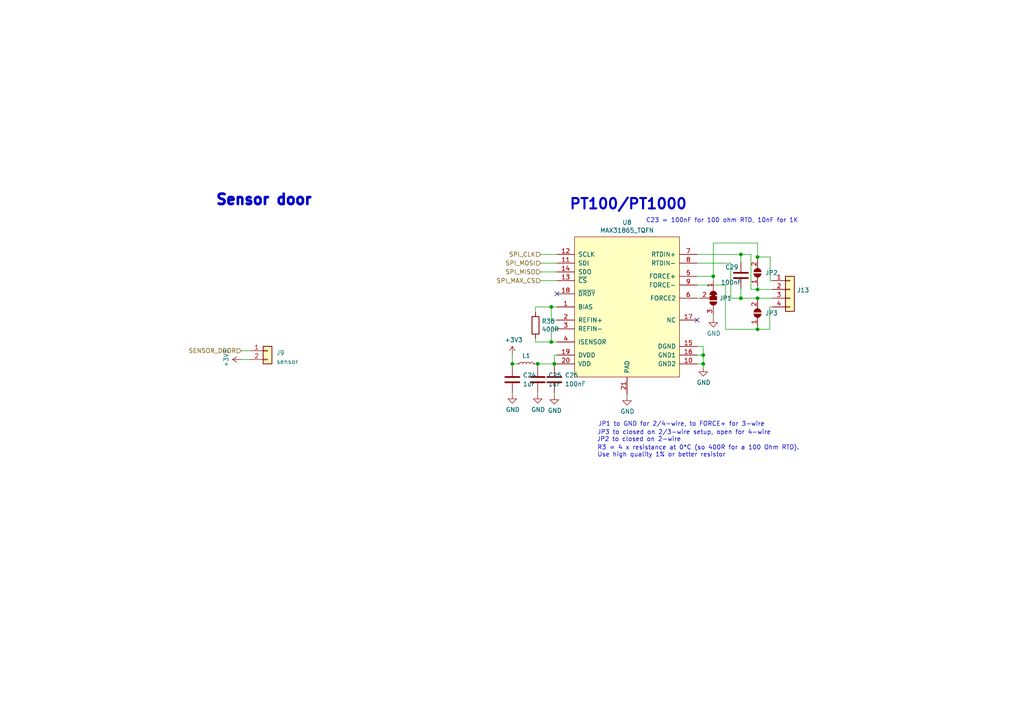
<source format=kicad_sch>
(kicad_sch (version 20230121) (generator eeschema)
  (paper "A4")
  (lib_symbols
    (symbol "Connector_Generic:Conn_01x02" (pin_names (offset 1.016) hide)
      (property "Reference" "J" (at 0 2.54 0))
      (property "Value" "Conn_01x02" (at 0 -5.08 0))
      (symbol "Conn_01x02_1_1"
        (rectangle (start -1.27 -2.413) (end 0 -2.667) (stroke (width 0.1524)))
        (rectangle (start -1.27 0.127) (end 0 -0.127) (stroke (width 0.1524)))
        (rectangle (start -1.27 1.27) (end 1.27 -3.81) (stroke (width 0.254)) (fill (type background)))
        (pin passive line (at -5.08 0 0) (length 3.81) (name "Pin_1") (number "1"))
        (pin passive line (at -5.08 -2.54 0) (length 3.81) (name "Pin_2") (number "2"))
      )
    )
    (symbol "Connector_Generic:Conn_01x04" (pin_names (offset 1.016) hide)
      (property "Reference" "J" (at 0 5.08 0))
      (property "Value" "Conn_01x04" (at 0 -7.62 0))
      (symbol "Conn_01x04_1_1"
        (rectangle (start -1.27 -4.953) (end 0 -5.207) (stroke (width 0.1524)))
        (rectangle (start -1.27 -2.413) (end 0 -2.667) (stroke (width 0.1524)))
        (rectangle (start -1.27 0.127) (end 0 -0.127) (stroke (width 0.1524)))
        (rectangle (start -1.27 2.667) (end 0 2.413) (stroke (width 0.1524)))
        (rectangle (start -1.27 3.81) (end 1.27 -6.35) (stroke (width 0.254)) (fill (type background)))
        (pin passive line (at -5.08 2.54 0) (length 3.81) (name "Pin_1") (number "1"))
        (pin passive line (at -5.08 0 0) (length 3.81) (name "Pin_2") (number "2"))
        (pin passive line (at -5.08 -2.54 0) (length 3.81) (name "Pin_3") (number "3"))
        (pin passive line (at -5.08 -5.08 0) (length 3.81) (name "Pin_4") (number "4"))
      )
    )
    (symbol "Jumper:SolderJumper_2_Open" (pin_names (offset 0) hide)
      (property "Reference" "JP" (at 0 2.032 0))
      (property "Value" "SolderJumper_2_Open" (at 0 -2.54 0))
      (symbol "SolderJumper_2_Open_0_1"
        (arc (start -0.254 1.016) (mid -1.2656 0) (end -0.254 -1.016))
        (arc (start -0.254 1.016) (mid -1.2656 0) (end -0.254 -1.016) (fill (type outline)))
        (polyline (pts (xy -0.254 1.016) (xy -0.254 -1.016)))
        (polyline (pts (xy 0.254 1.016) (xy 0.254 -1.016)))
        (arc (start 0.254 -1.016) (mid 1.2656 0) (end 0.254 1.016))
        (arc (start 0.254 -1.016) (mid 1.2656 0) (end 0.254 1.016) (fill (type outline)))
      )
      (symbol "SolderJumper_2_Open_1_1"
        (pin passive line (at -3.81 0 0) (length 2.54) (name "A") (number "1"))
        (pin passive line (at 3.81 0 180) (length 2.54) (name "B") (number "2"))
      )
    )
    (symbol "Jumper:SolderJumper_3_Bridged12" (pin_names (offset 0) hide)
      (property "Reference" "JP" (at -2.54 -2.54 0))
      (property "Value" "SolderJumper_3_Bridged12" (at 0 2.794 0))
      (symbol "SolderJumper_3_Bridged12_0_1"
        (rectangle (start -1.016 0.508) (end -0.508 -0.508) (fill (type outline)))
        (arc (start -1.016 1.016) (mid -2.0276 0) (end -1.016 -1.016))
        (arc (start -1.016 1.016) (mid -2.0276 0) (end -1.016 -1.016) (fill (type outline)))
        (rectangle (start -0.508 1.016) (end 0.508 -1.016) (fill (type outline)))
        (polyline (pts (xy -2.54 0) (xy -2.032 0)))
        (polyline (pts (xy -1.016 1.016) (xy -1.016 -1.016)))
        (polyline (pts (xy 0 -1.27) (xy 0 -1.016)))
        (polyline (pts (xy 1.016 1.016) (xy 1.016 -1.016)))
        (polyline (pts (xy 2.54 0) (xy 2.032 0)))
        (arc (start 1.016 -1.016) (mid 2.0276 0) (end 1.016 1.016))
        (arc (start 1.016 -1.016) (mid 2.0276 0) (end 1.016 1.016) (fill (type outline)))
      )
      (symbol "SolderJumper_3_Bridged12_1_1"
        (pin passive line (at -5.08 0 0) (length 2.54) (name "A") (number "1"))
        (pin input line (at 0 -3.81 90) (length 2.54) (name "C") (number "2"))
        (pin passive line (at 5.08 0 180) (length 2.54) (name "B") (number "3"))
      )
    )
    (symbol "Linktech:L0805" (pin_numbers hide) (pin_names (offset 0.254) hide)
      (property "Reference" "L0805" (at 0.762 1.016 0))
      (symbol "L0805_0_1"
        (arc (start 0 -2.032) (mid 0.5058 -1.524) (end 0 -1.016))
        (arc (start 0 -1.016) (mid 0.5058 -0.508) (end 0 0))
        (arc (start 0 0) (mid 0.5058 0.508) (end 0 1.016))
        (arc (start 0 1.016) (mid 0.5058 1.524) (end 0 2.032))
      )
      (symbol "L0805_1_1"
        (pin passive line (at 0 2.54 270) (length 0.508) (name "~") (number "1"))
        (pin passive line (at 0 -2.54 90) (length 0.508) (name "~") (number "2"))
      )
    )
    (symbol "Linktech:MAX31865_TQFN" (pin_names (offset 1.016))
      (property "Reference" "U" (at 0 0 0))
      (property "Value" "Linktech_MAX31865_TQFN" (at 0 -2.54 0))
      (symbol "MAX31865_TQFN_1_1"
        (rectangle (start -15.24 20.32) (end 15.24 -20.32) (fill (type background)))
        (pin input line (at -20.32 0 0) (length 5.08) (name "BIAS") (number "1"))
        (pin power_in line (at 20.32 -16.51 180) (length 5.08) (name "GND2") (number "10"))
        (pin input line (at -20.32 12.7 0) (length 5.08) (name "SDI") (number "11"))
        (pin input line (at -20.32 15.24 0) (length 5.08) (name "SCLK") (number "12"))
        (pin input line (at -20.32 7.62 0) (length 5.08) (name "~{CS}") (number "13"))
        (pin input line (at -20.32 10.16 0) (length 5.08) (name "SDO") (number "14"))
        (pin power_in line (at 20.32 -11.43 180) (length 5.08) (name "DGND") (number "15"))
        (pin power_in line (at 20.32 -13.97 180) (length 5.08) (name "GND1") (number "16"))
        (pin input line (at 20.32 -3.81 180) (length 5.08) (name "NC") (number "17"))
        (pin input line (at -20.32 3.81 0) (length 5.08) (name "~{DRDY}") (number "18"))
        (pin power_in line (at -20.32 -13.97 0) (length 5.08) (name "DVDD") (number "19"))
        (pin input line (at -20.32 -3.81 0) (length 5.08) (name "REFIN+") (number "2"))
        (pin power_in line (at -20.32 -16.51 0) (length 5.08) (name "VDD") (number "20"))
        (pin power_in line (at 0 -25.4 90) (length 5.08) (name "PAD") (number "21"))
        (pin input line (at -20.32 -6.35 0) (length 5.08) (name "REFIN-") (number "3"))
        (pin input line (at -20.32 -10.16 0) (length 5.08) (name "ISENSOR") (number "4"))
        (pin input line (at 20.32 8.89 180) (length 5.08) (name "FORCE+") (number "5"))
        (pin input line (at 20.32 2.54 180) (length 5.08) (name "FORCE2") (number "6"))
        (pin input line (at 20.32 15.24 180) (length 5.08) (name "RTDIN+") (number "7"))
        (pin input line (at 20.32 12.7 180) (length 5.08) (name "RTDIN-") (number "8"))
        (pin input line (at 20.32 6.35 180) (length 5.08) (name "FORCE-") (number "9"))
      )
    )
    (symbol "Linktech:R0805" (pin_numbers hide) (pin_names (offset 0))
      (property "Reference" "R" (at 2.032 0 90))
      (property "Value" "Linktech_R0805" (at 0 0 90))
      (symbol "R0805_0_1"
        (rectangle (start -1.016 -2.54) (end 1.016 2.54) (stroke (width 0.254)))
      )
      (symbol "R0805_1_1"
        (pin passive line (at 0 3.81 270) (length 1.27) (name "~") (number "1"))
        (pin passive line (at 0 -3.81 90) (length 1.27) (name "~") (number "2"))
      )
    )
    (symbol "linktech:C0805" (pin_numbers hide) (pin_names (offset 0.254))
      (property "Reference" "C" (at 0.635 2.54 0))
      (property "Value" "C0805" (at 0.635 -2.54 0))
      (symbol "C0805_0_1"
        (polyline (pts (xy -2.032 -0.762) (xy 2.032 -0.762)) (stroke (width 0.508)))
        (polyline (pts (xy -2.032 0.762) (xy 2.032 0.762)) (stroke (width 0.508)))
      )
      (symbol "C0805_1_1"
        (pin passive line (at 0 3.81 270) (length 2.794) (name "~") (number "1"))
        (pin passive line (at 0 -3.81 90) (length 2.794) (name "~") (number "2"))
      )
    )
    (symbol "power:+3V3" (power) (pin_names (offset 0))
      (property "Value" "+3V3" (at 0 3.556 0))
      (symbol "+3V3_0_1"
        (polyline (pts (xy -0.762 1.27) (xy 0 2.54)))
        (polyline (pts (xy 0 0) (xy 0 2.54)))
        (polyline (pts (xy 0 2.54) (xy 0.762 1.27)))
      )
      (symbol "+3V3_1_1"
        (pin power_in line (at 0 0 90) (length 0) hide (name "+3V3") (number "1"))
      )
    )
    (symbol "power:GND" (power) (pin_names (offset 0))
      (property "Value" "GND" (at 0 -3.81 0))
      (symbol "GND_0_1"
        (polyline (pts (xy 0 0) (xy 0 -1.27) (xy 1.27 -1.27) (xy 0 -2.54) (xy -1.27 -1.27) (xy 0 -1.27)))
      )
      (symbol "GND_1_1"
        (pin power_in line (at 0 0 270) (length 0) hide (name "GND") (number "1"))
      )
    )
  )
  (junction (at 219.71 74.549))
  (junction (at 214.884 73.787))
  (junction (at 203.962 102.997))
  (junction (at 155.956 105.537))
  (junction (at 203.962 105.537))
  (junction (at 219.71 83.947))
  (junction (at 160.782 105.537))
  (junction (at 219.71 95.504))
  (junction (at 159.893 89.027))
  (junction (at 159.893 99.187))
  (junction (at 219.71 86.487))
  (junction (at 214.884 86.487))
  (junction (at 206.883 80.137))
  (junction (at 148.59 105.537))
  (no_connect (at 202.184 92.837))
  (no_connect (at 161.544 85.217))
  (wire (pts (xy 155.956 105.537) (xy 160.782 105.537)))
  (wire (pts (xy 160.782 102.997) (xy 160.782 105.537)))
  (wire (pts (xy 156.845 73.787) (xy 161.544 73.787)))
  (wire (pts (xy 161.544 95.377) (xy 159.893 95.377)))
  (wire (pts (xy 223.266 95.504) (xy 223.266 89.027)))
  (wire (pts (xy 219.71 95.504) (xy 223.266 95.504)))
  (wire (pts (xy 161.544 89.027) (xy 159.893 89.027)))
  (wire (pts (xy 223.393 81.407) (xy 223.393 74.549)))
  (wire (pts (xy 219.71 75.311) (xy 219.71 74.549)))
  (wire (pts (xy 219.71 83.947) (xy 224.028 83.947)))
  (wire (pts (xy 202.184 80.137) (xy 206.883 80.137)))
  (wire (pts (xy 156.845 76.327) (xy 161.544 76.327)))
  (wire (pts (xy 181.864 114.427) (xy 181.864 114.935)))
  (wire (pts (xy 159.893 99.187) (xy 161.544 99.187)))
  (wire (pts (xy 217.805 83.947) (xy 219.71 83.947)))
  (wire (pts (xy 203.962 102.997) (xy 203.962 105.537)))
  (wire (pts (xy 159.893 92.837) (xy 159.893 89.027)))
  (wire (pts (xy 69.977 104.267) (xy 72.517 104.267)))
  (wire (pts (xy 155.956 105.537) (xy 155.194 105.537)))
  (wire (pts (xy 155.321 90.551) (xy 155.321 89.027)))
  (wire (pts (xy 161.544 92.837) (xy 159.893 92.837)))
  (wire (pts (xy 214.884 86.487) (xy 219.71 86.487)))
  (wire (pts (xy 210.439 82.677) (xy 210.439 95.504)))
  (wire (pts (xy 148.59 102.997) (xy 148.59 105.537)))
  (wire (pts (xy 214.884 83.693) (xy 214.884 86.487)))
  (wire (pts (xy 224.028 86.487) (xy 219.71 86.487)))
  (wire (pts (xy 206.883 92.329) (xy 206.883 91.567)))
  (wire (pts (xy 206.883 81.407) (xy 206.883 80.137)))
  (wire (pts (xy 214.884 73.787) (xy 214.884 76.073)))
  (wire (pts (xy 203.962 100.457) (xy 203.962 102.997)))
  (wire (pts (xy 69.977 101.727) (xy 72.517 101.727)))
  (wire (pts (xy 148.59 105.537) (xy 150.114 105.537)))
  (wire (pts (xy 155.321 89.027) (xy 159.893 89.027)))
  (wire (pts (xy 155.321 99.187) (xy 159.893 99.187)))
  (wire (pts (xy 223.266 89.027) (xy 224.028 89.027)))
  (wire (pts (xy 203.962 105.537) (xy 203.962 106.553)))
  (wire (pts (xy 156.845 78.867) (xy 161.544 78.867)))
  (wire (pts (xy 155.956 105.537) (xy 155.956 106.299)))
  (wire (pts (xy 161.544 102.997) (xy 160.782 102.997)))
  (wire (pts (xy 219.71 82.931) (xy 219.71 83.947)))
  (wire (pts (xy 160.782 113.919) (xy 160.782 114.681)))
  (wire (pts (xy 211.963 86.487) (xy 214.884 86.487)))
  (wire (pts (xy 202.184 82.677) (xy 210.439 82.677)))
  (wire (pts (xy 202.184 100.457) (xy 203.962 100.457)))
  (wire (pts (xy 219.71 70.485) (xy 219.71 74.549)))
  (wire (pts (xy 160.782 105.537) (xy 160.782 106.299)))
  (wire (pts (xy 214.884 73.787) (xy 217.805 73.787)))
  (wire (pts (xy 156.845 81.407) (xy 161.544 81.407)))
  (wire (pts (xy 219.71 94.615) (xy 219.71 95.504)))
  (wire (pts (xy 211.963 86.487) (xy 211.963 76.327)))
  (wire (pts (xy 210.439 95.504) (xy 219.71 95.504)))
  (wire (pts (xy 206.883 70.485) (xy 219.71 70.485)))
  (wire (pts (xy 219.71 74.549) (xy 223.393 74.549)))
  (wire (pts (xy 202.184 76.327) (xy 211.963 76.327)))
  (wire (pts (xy 206.883 80.137) (xy 206.883 70.485)))
  (wire (pts (xy 202.184 73.787) (xy 214.884 73.787)))
  (wire (pts (xy 202.184 86.487) (xy 203.073 86.487)))
  (wire (pts (xy 148.59 113.919) (xy 148.59 114.427)))
  (wire (pts (xy 155.321 99.187) (xy 155.321 98.171)))
  (wire (pts (xy 159.893 95.377) (xy 159.893 99.187)))
  (wire (pts (xy 148.59 105.537) (xy 148.59 106.299)))
  (wire (pts (xy 155.956 113.919) (xy 155.956 114.427)))
  (wire (pts (xy 202.184 102.997) (xy 203.962 102.997)))
  (wire (pts (xy 224.028 81.407) (xy 223.393 81.407)))
  (wire (pts (xy 219.71 86.995) (xy 219.71 86.487)))
  (wire (pts (xy 202.184 105.537) (xy 203.962 105.537)))
  (wire (pts (xy 217.805 73.787) (xy 217.805 83.947)))
  (wire (pts (xy 160.782 105.537) (xy 161.544 105.537)))
  (text "JP2 to closed on 2-wire" (at 173.101 128.27 0) (effects (font (size 1.27 1.27)) (justify left bottom)))
  (text "Sensor door\n" (at 62.357 59.817 0) (effects (font (size 3 3) (thickness 1) bold) (justify left bottom)))
  (text "R3 = 4 x resistance at 0*C (so 400R for a 100 Ohm RTD).\nUse high quality 1% or better resistor" (at 173.228 132.715 0) (effects (font (size 1.27 1.27)) (justify left bottom)))
  (text "PT100/PT1000" (at 164.973 61.087 0) (effects (font (size 3 3) (thickness 0.6) bold) (justify left bottom)))
  (text "JP3 to closed on 2/3-wire setup, open for 4-wire" (at 173.228 126.238 0) (effects (font (size 1.27 1.27)) (justify left bottom)))
  (text "C23 = 100nF for 100 ohm RTD, 10nF for 1K" (at 187.325 64.77 0) (effects (font (size 1.27 1.27)) (justify left bottom)))
  (text "JP1 to GND for 2/4-wire, to FORCE+ for 3-wire" (at 173.482 123.825 0) (effects (font (size 1.27 1.27)) (justify left bottom)))
  (hierarchical_label "SPI_MOSI" (shape input) (at 156.845 76.327 180))
  (hierarchical_label "SPI_MISO" (shape input) (at 156.845 78.867 180))
  (hierarchical_label "SPI_CLK" (shape input) (at 156.845 73.787 180))
  (hierarchical_label "SPI_MAX_CS" (shape input) (at 156.845 81.407 180))
  (hierarchical_label "SENSOR_DOOR" (shape input) (at 69.977 101.727 180))
  (symbol (lib_id "Jumper:SolderJumper_3_Bridged12") (at 206.883 86.487 270) (unit 1)
    (property "Reference" "JP1" (at 208.6102 86.487 90) (effects (justify left)))
    (property "Value" "SolderJumper_3_Bridged12" (effects hide))
    (property "Footprint" "Jumper:SolderJumper-3_P2.0mm_Open_TrianglePad1.0x1.5mm" (effects hide))
  )
  (symbol (lib_id "Linktech:MAX31865_TQFN") (at 181.864 89.027 0) (unit 1)
    (property "Reference" "U8" (at 181.864 64.516 0))
    (property "Value" "MAX31865_TQFN" (at 181.864 66.8274 0))
    (property "Footprint" "Package_DFN_QFN:QFN-20-1EP_5x5mm_P0.65mm_EP3.35x3.35mm" (effects hide))
    (property "Desc" "RTD-to-Digital Converter" (effects hide))
    (property "Link" "https://www.digikey.com/product-detail/en/maxim-integrated/MAX31865ATP-T/MAX31865ATP-TCT-ND/5051493" (effects hide))
    (instances (project "ph_portable_refrigerator_v2_hw" (path "" (reference "U8") (unit 1)) (path "" (reference "U6") (unit 1))))
  )
  (symbol (lib_id "power:GND") (at 155.956 114.427 0) (unit 1)
    (property "Reference" "#PWR090" (effects hide))
    (property "Value" "GND" (at 156.083 118.8212 0))
  )
  (symbol (lib_id "linktech:C0805") (at 160.782 110.109 0) (unit 1)
    (property "Reference" "C26" (at 163.83 108.8389 0) (effects (justify left)))
    (property "Value" "100nF" (at 163.83 111.3789 0) (effects (justify left)))
    (property "Footprint" "Resistor_SMD:R_0805_2012Metric" (effects hide))
    (property "Desc" "Capacitor SMD Ceramic 0805" (effects hide))
    (property "Link" "http://www.dientuachau.com/ceramic-0805" (effects hide))
    (instances (project "ph_portable_refrigerator_v2_hw" (path "" (reference "C26") (unit 1)) (path "" (reference "C25") (unit 1))))
  )
  (symbol (lib_id "power:GND") (at 148.59 114.427 0) (unit 1)
    (property "Reference" "#PWR089" (effects hide))
    (property "Value" "GND" (at 148.717 118.8212 0))
  )
  (symbol (lib_id "power:GND") (at 206.883 92.329 0) (unit 1)
    (property "Reference" "#PWR099" (effects hide))
    (property "Value" "GND" (at 207.01 96.7232 0))
    (instances (project "ph_portable_refrigerator_v2_hw" (path "" (reference "#PWR099") (unit 1)) (path "" (reference "#PWR096") (unit 1))))
  )
  (symbol (lib_id "Jumper:SolderJumper_2_Open") (at 219.71 90.805 90) (unit 1)
    (property "Reference" "JP3" (at 221.9452 90.805 90) (effects (justify right)))
    (property "Value" "SolderJumper_2_Open" (effects hide))
    (property "Footprint" "Jumper:SolderJumper-2_P1.3mm_Open_Pad1.0x1.5mm" (effects hide))
  )
  (symbol (lib_id "Linktech:L0805") (at 152.654 105.537 90) (unit 1)
    (property "Reference" "L1" (at 152.654 103.1748 90))
    (property "Value" "L600R" (effects hide))
    (property "Footprint" "Inductor_SMD:L_0805_2012Metric" (effects hide))
    (property "Desc" "SMD-0805 Multilayer Chip Ceramic Inductor" (effects hide))
    (property "Link" "http://tme.vn/Product.aspx?id=875#page=pro_info" (effects hide))
  )
  (symbol (lib_id "power:GND") (at 181.864 114.935 0) (unit 1)
    (property "Reference" "#PWR093" (effects hide))
    (property "Value" "GND" (at 181.991 119.3292 0))
  )
  (symbol (lib_id "power:GND") (at 203.962 106.553 0) (unit 1)
    (property "Reference" "#PWR097" (effects hide))
    (property "Value" "GND" (at 204.089 110.9472 0))
    (instances (project "ph_portable_refrigerator_v2_hw" (path "" (reference "#PWR097") (unit 1)) (path "" (reference "#PWR094") (unit 1))))
  )
  (symbol (lib_id "Connector_Generic:Conn_01x02") (at 77.597 101.727 0) (unit 1)
    (property "Reference" "J9" (at 80.137 102.362 0) (effects (justify left)))
    (property "Value" "sensor" (at 80.137 104.902 0) (effects (justify left)))
    (property "Footprint" "Connector_PinHeader_2.00mm:PinHeader_1x02_P2.00mm_Horizontal" (effects hide))
  )
  (symbol (lib_id "linktech:C0805") (at 214.884 79.883 0) (unit 1)
    (property "Reference" "C29" (at 210.312 77.47 0) (effects (justify left)))
    (property "Value" "100nF" (at 209.042 81.915 0) (effects (justify left)))
    (property "Footprint" "Capacitor_SMD:C_0805_2012Metric" (effects hide))
    (property "Desc" "Capacitor SMD Ceramic 0805" (effects hide))
    (property "Link" "http://www.dientuachau.com/ceramic-0805" (effects hide))
    (instances (project "ph_portable_refrigerator_v2_hw" (path "" (reference "C29") (unit 1)) (path "" (reference "C26") (unit 1))))
  )
  (symbol (lib_id "Linktech:R0805") (at 155.321 94.361 0) (unit 1)
    (property "Reference" "R36" (at 157.099 93.1926 0) (effects (justify left)))
    (property "Value" "400R" (at 157.099 95.504 0) (effects (justify left)))
    (property "Footprint" "Resistor_SMD:R_0805_2012Metric" (effects hide))
    (property "Desc" "Resistor SMD 0805" (effects hide))
    (property "Link" "http://www.dientuachau.com/res-1-0805" (effects hide))
  )
  (symbol (lib_id "power:GND") (at 160.782 114.681 0) (unit 1)
    (property "Reference" "#PWR091" (effects hide))
    (property "Value" "GND" (at 160.909 119.0752 0))
  )
  (symbol (lib_id "linktech:C0805") (at 155.956 110.109 0) (unit 1)
    (property "Reference" "C25" (at 159.004 108.8389 0) (effects (justify left)))
    (property "Value" "1uF" (at 159.004 111.3789 0) (effects (justify left)))
    (property "Footprint" "Resistor_SMD:R_0805_2012Metric" (effects hide))
    (property "Desc" "Capacitor SMD Ceramic 0805" (effects hide))
    (property "Link" "http://www.dientuachau.com/ceramic-0805" (effects hide))
    (instances (project "ph_portable_refrigerator_v2_hw" (path "" (reference "C25") (unit 1)) (path "" (reference "C24") (unit 1))))
  )
  (symbol (lib_id "Jumper:SolderJumper_2_Open") (at 219.71 79.121 90) (unit 1)
    (property "Reference" "JP2" (at 221.9452 79.121 90) (effects (justify right)))
    (property "Value" "SolderJumper_2_Open" (effects hide))
    (property "Footprint" "Jumper:SolderJumper-2_P1.3mm_Open_Pad1.0x1.5mm" (effects hide))
  )
  (symbol (lib_id "Connector_Generic:Conn_01x04") (at 229.108 83.947 0) (unit 1)
    (property "Reference" "J13" (at 231.14 84.1502 0) (effects (justify left)))
    (property "Value" "Conn_01x04" (effects hide))
    (property "Footprint" "Connector_JST:JST_EH_S4B-EH_1x04_P2.50mm_Horizontal" (effects hide))
    (instances (project "ph_portable_refrigerator_v2_hw" (path "" (reference "J13") (unit 1)) (path "" (reference "J12") (unit 1))))
  )
  (symbol (lib_id "power:+3V3") (at 69.977 104.267 90) (unit 1)
    (property "Reference" "#PWR088" (effects hide))
    (property "Value" "+3V3" (at 65.5828 103.886 0))
    (instances (project "ph_portable_refrigerator_v2_hw" (path "" (reference "#PWR088") (unit 1)) (path "" (reference "#PWR010") (unit 1))))
  )
  (symbol (lib_id "power:+3V3") (at 148.59 102.997 0) (unit 1)
    (property "Reference" "#PWR088" (effects hide))
    (property "Value" "+3V3" (at 148.971 98.6028 0))
  )
  (symbol (lib_id "linktech:C0805") (at 148.59 110.109 0) (unit 1)
    (property "Reference" "C24" (at 151.638 108.8389 0) (effects (justify left)))
    (property "Value" "1uF" (at 151.638 111.3789 0) (effects (justify left)))
    (property "Footprint" "Resistor_SMD:R_0805_2012Metric" (effects hide))
    (property "Desc" "Capacitor SMD Ceramic 0805" (effects hide))
    (property "Link" "http://www.dientuachau.com/ceramic-0805" (effects hide))
    (instances (project "ph_portable_refrigerator_v2_hw" (path "" (reference "C24") (unit 1)) (path "" (reference "C23") (unit 1))))
  )
)
</source>
